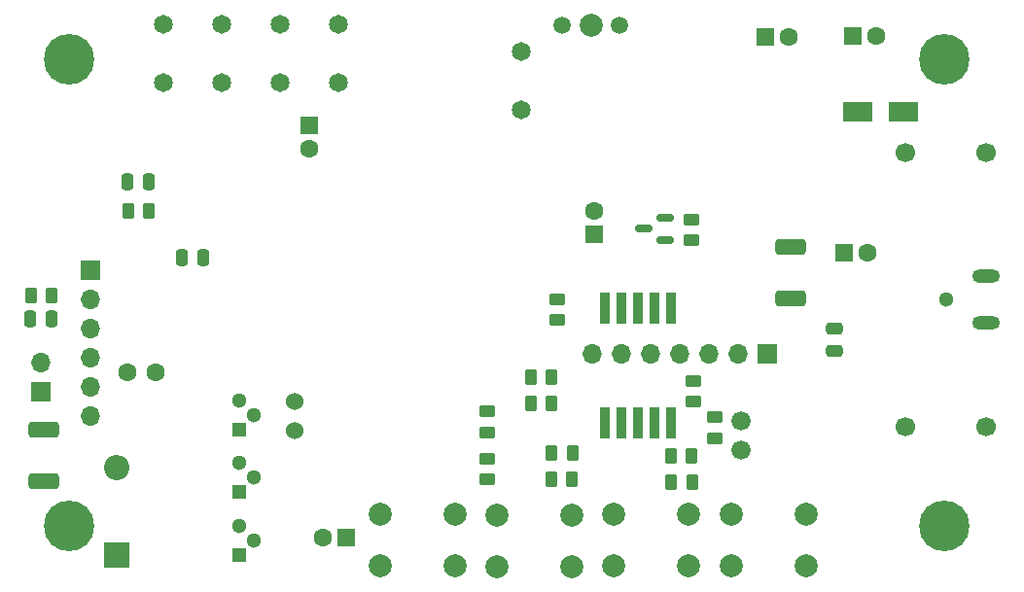
<source format=gts>
G04 #@! TF.GenerationSoftware,KiCad,Pcbnew,(6.0.5)*
G04 #@! TF.CreationDate,2022-05-23T23:46:22+08:00*
G04 #@! TF.ProjectId,AT Sprint 3B.1,41542053-7072-4696-9e74-2033422e312e,rev?*
G04 #@! TF.SameCoordinates,Original*
G04 #@! TF.FileFunction,Soldermask,Top*
G04 #@! TF.FilePolarity,Negative*
%FSLAX46Y46*%
G04 Gerber Fmt 4.6, Leading zero omitted, Abs format (unit mm)*
G04 Created by KiCad (PCBNEW (6.0.5)) date 2022-05-23 23:46:22*
%MOMM*%
%LPD*%
G01*
G04 APERTURE LIST*
G04 Aperture macros list*
%AMRoundRect*
0 Rectangle with rounded corners*
0 $1 Rounding radius*
0 $2 $3 $4 $5 $6 $7 $8 $9 X,Y pos of 4 corners*
0 Add a 4 corners polygon primitive as box body*
4,1,4,$2,$3,$4,$5,$6,$7,$8,$9,$2,$3,0*
0 Add four circle primitives for the rounded corners*
1,1,$1+$1,$2,$3*
1,1,$1+$1,$4,$5*
1,1,$1+$1,$6,$7*
1,1,$1+$1,$8,$9*
0 Add four rect primitives between the rounded corners*
20,1,$1+$1,$2,$3,$4,$5,0*
20,1,$1+$1,$4,$5,$6,$7,0*
20,1,$1+$1,$6,$7,$8,$9,0*
20,1,$1+$1,$8,$9,$2,$3,0*%
G04 Aperture macros list end*
%ADD10RoundRect,0.250000X0.262500X0.450000X-0.262500X0.450000X-0.262500X-0.450000X0.262500X-0.450000X0*%
%ADD11R,2.200000X2.200000*%
%ADD12O,2.200000X2.200000*%
%ADD13RoundRect,0.250000X0.450000X-0.262500X0.450000X0.262500X-0.450000X0.262500X-0.450000X-0.262500X0*%
%ADD14RoundRect,0.250000X-0.450000X0.262500X-0.450000X-0.262500X0.450000X-0.262500X0.450000X0.262500X0*%
%ADD15C,1.651000*%
%ADD16C,1.524000*%
%ADD17RoundRect,0.250000X-0.262500X-0.450000X0.262500X-0.450000X0.262500X0.450000X-0.262500X0.450000X0*%
%ADD18RoundRect,0.250000X0.475000X-0.250000X0.475000X0.250000X-0.475000X0.250000X-0.475000X-0.250000X0*%
%ADD19RoundRect,0.250000X1.075000X-0.425000X1.075000X0.425000X-1.075000X0.425000X-1.075000X-0.425000X0*%
%ADD20C,2.000000*%
%ADD21RoundRect,0.250000X-0.250000X-0.475000X0.250000X-0.475000X0.250000X0.475000X-0.250000X0.475000X0*%
%ADD22RoundRect,0.150000X0.587500X0.150000X-0.587500X0.150000X-0.587500X-0.150000X0.587500X-0.150000X0*%
%ADD23RoundRect,0.250000X0.250000X0.475000X-0.250000X0.475000X-0.250000X-0.475000X0.250000X-0.475000X0*%
%ADD24C,1.676400*%
%ADD25R,2.500000X1.800000*%
%ADD26R,1.700000X1.700000*%
%ADD27O,1.700000X1.700000*%
%ADD28R,0.900000X2.800000*%
%ADD29C,4.400000*%
%ADD30R,1.600000X1.600000*%
%ADD31C,1.600000*%
%ADD32R,1.300000X1.300000*%
%ADD33C,1.300000*%
%ADD34O,2.400000X1.200000*%
%ADD35C,1.700000*%
%ADD36C,1.500000*%
G04 APERTURE END LIST*
D10*
X82042000Y-106426000D03*
X80217000Y-106426000D03*
D11*
X44196000Y-121920000D03*
D12*
X44196000Y-114300000D03*
D13*
X94234000Y-94535000D03*
X94234000Y-92710000D03*
D14*
X76454000Y-113538000D03*
X76454000Y-115363000D03*
D15*
X48260000Y-75692000D03*
X48260000Y-80772000D03*
D14*
X82550000Y-99671500D03*
X82550000Y-101496500D03*
X96266000Y-109935000D03*
X96266000Y-111760000D03*
D13*
X76454000Y-111252000D03*
X76454000Y-109427000D03*
D16*
X59690000Y-108585000D03*
X59690000Y-111125000D03*
D17*
X82042000Y-113030000D03*
X83867000Y-113030000D03*
D18*
X106680000Y-104140000D03*
X106680000Y-102240000D03*
D19*
X37846000Y-115498000D03*
X37846000Y-110998000D03*
D20*
X87480000Y-122864000D03*
X93980000Y-122864000D03*
X93980000Y-118364000D03*
X87480000Y-118364000D03*
D14*
X94361000Y-106760000D03*
X94361000Y-108585000D03*
D10*
X82042000Y-108712000D03*
X80217000Y-108712000D03*
D17*
X92456000Y-115570000D03*
X94281000Y-115570000D03*
D21*
X45085000Y-89408000D03*
X46985000Y-89408000D03*
D20*
X83820000Y-122936000D03*
X77320000Y-122936000D03*
X83820000Y-118436000D03*
X77320000Y-118436000D03*
D22*
X91948000Y-94488000D03*
X91948000Y-92588000D03*
X90073000Y-93538000D03*
D10*
X83820000Y-115316000D03*
X81995000Y-115316000D03*
D20*
X67160000Y-122864000D03*
X73660000Y-122864000D03*
X73660000Y-118364000D03*
X67160000Y-118364000D03*
D17*
X45165000Y-91948000D03*
X46990000Y-91948000D03*
D23*
X38542000Y-101346000D03*
X36642000Y-101346000D03*
D21*
X49850000Y-96012000D03*
X51750000Y-96012000D03*
D19*
X102870000Y-99568000D03*
X102870000Y-95068000D03*
D15*
X63500000Y-80772000D03*
X63500000Y-75692000D03*
D24*
X98552000Y-110236000D03*
X98552000Y-112776000D03*
D25*
X108712000Y-83312000D03*
X112712000Y-83312000D03*
D26*
X37592000Y-107696000D03*
D27*
X37592000Y-105156000D03*
D28*
X86655000Y-110410000D03*
X88095000Y-110410000D03*
X89535000Y-110410000D03*
X90975000Y-110410000D03*
X92415000Y-110410000D03*
X92415000Y-100410000D03*
X90975000Y-100410000D03*
X89535000Y-100410000D03*
X88095000Y-100410000D03*
X86655000Y-100410000D03*
D10*
X94234000Y-113284000D03*
X92409000Y-113284000D03*
D15*
X53340000Y-80772000D03*
X53340000Y-75692000D03*
D17*
X36717000Y-99314000D03*
X38542000Y-99314000D03*
D15*
X79375000Y-78105000D03*
X79375000Y-83185000D03*
D20*
X104215000Y-122900000D03*
X97715000Y-122900000D03*
X104215000Y-118400000D03*
X97715000Y-118400000D03*
D15*
X58420000Y-75692000D03*
X58420000Y-80772000D03*
D29*
X40005000Y-119380000D03*
X40005000Y-78740000D03*
X116205000Y-78740000D03*
X116205000Y-119380000D03*
D30*
X85725000Y-93980000D03*
D31*
X85725000Y-91980000D03*
D26*
X100843000Y-104394000D03*
D27*
X98303000Y-104394000D03*
X95763000Y-104394000D03*
X93223000Y-104394000D03*
X90683000Y-104394000D03*
X88143000Y-104394000D03*
X85603000Y-104394000D03*
D30*
X107502900Y-95631000D03*
D31*
X109502900Y-95631000D03*
D32*
X54885000Y-121920000D03*
D33*
X56155000Y-120650000D03*
X54885000Y-119380000D03*
X116388000Y-99677000D03*
D34*
X119888000Y-101727000D03*
X119888000Y-97627000D03*
D35*
X119848000Y-110744000D03*
X112848000Y-110744000D03*
D31*
X47585000Y-106045000D03*
X45085000Y-106045000D03*
D26*
X41910000Y-97155000D03*
D27*
X41910000Y-99695000D03*
X41910000Y-102235000D03*
X41910000Y-104775000D03*
X41910000Y-107315000D03*
X41910000Y-109855000D03*
D30*
X108264900Y-76708000D03*
D31*
X110264900Y-76708000D03*
D20*
X85471000Y-75819000D03*
D36*
X87971000Y-75819000D03*
X82971000Y-75819000D03*
D30*
X64135000Y-120396000D03*
D31*
X62135000Y-120396000D03*
D35*
X119848000Y-86868000D03*
X112848000Y-86868000D03*
D32*
X54864000Y-110998000D03*
D33*
X56134000Y-109728000D03*
X54864000Y-108458000D03*
D30*
X60960000Y-84515888D03*
D31*
X60960000Y-86515888D03*
D32*
X54885000Y-116459000D03*
D33*
X56155000Y-115189000D03*
X54885000Y-113919000D03*
D30*
X100644900Y-76835000D03*
D31*
X102644900Y-76835000D03*
M02*

</source>
